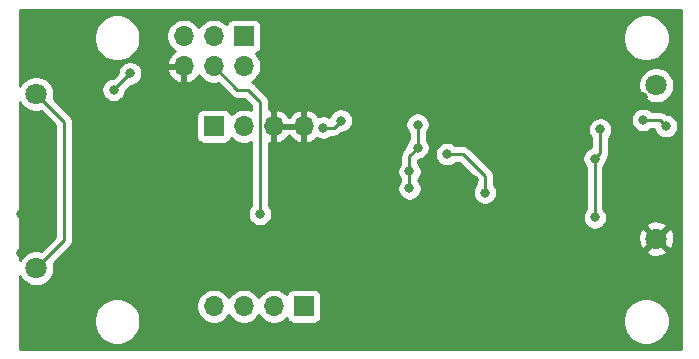
<source format=gbl>
G04 #@! TF.GenerationSoftware,KiCad,Pcbnew,5.1.5-52549c5~84~ubuntu18.04.1*
G04 #@! TF.CreationDate,2020-01-10T15:39:39+05:30*
G04 #@! TF.ProjectId,senseEle_PCB_Antenna_rev2,73656e73-6545-46c6-955f-5043425f416e,rev?*
G04 #@! TF.SameCoordinates,Original*
G04 #@! TF.FileFunction,Copper,L2,Bot*
G04 #@! TF.FilePolarity,Positive*
%FSLAX46Y46*%
G04 Gerber Fmt 4.6, Leading zero omitted, Abs format (unit mm)*
G04 Created by KiCad (PCBNEW 5.1.5-52549c5~84~ubuntu18.04.1) date 2020-01-10 15:39:39*
%MOMM*%
%LPD*%
G04 APERTURE LIST*
%ADD10C,1.800000*%
%ADD11O,1.700000X1.700000*%
%ADD12R,1.700000X1.700000*%
%ADD13C,0.800000*%
%ADD14C,0.250000*%
%ADD15C,0.254000*%
G04 APERTURE END LIST*
D10*
X-8650000Y-25250000D03*
X-8650000Y-40000000D03*
X43850000Y-24500000D03*
X43850000Y-37500000D03*
D11*
X14010000Y-27980000D03*
X11470000Y-27980000D03*
X8930000Y-27980000D03*
D12*
X6390000Y-27980000D03*
D11*
X6390000Y-43220000D03*
X8930000Y-43220000D03*
X11470000Y-43220000D03*
D12*
X14010000Y-43220000D03*
X8930000Y-20360000D03*
D11*
X8930000Y-22900000D03*
X6390000Y-20360000D03*
X6390000Y-22900000D03*
X3850000Y-20360000D03*
X3850000Y-22900000D03*
D13*
X3250000Y-36650000D03*
X3250000Y-37850000D03*
X2150000Y-37850000D03*
X42250000Y-30750000D03*
X25350000Y-27300000D03*
X39733951Y-23643940D03*
X-9900000Y-35400000D03*
X42700000Y-25550000D03*
X34900000Y-28400000D03*
X35550000Y-31900000D03*
X-9900000Y-38700000D03*
X2400000Y-27100000D03*
X3250000Y-27100000D03*
X3250000Y-28150000D03*
X3400000Y-40000000D03*
X8600000Y-36800000D03*
X39700000Y-36600000D03*
X45450000Y-23100000D03*
X28400000Y-32550000D03*
X-700000Y-23500000D03*
X-2100000Y-24900000D03*
X17150000Y-27500000D03*
X15650000Y-28100000D03*
X26150000Y-30350000D03*
X29350000Y-33600000D03*
X23650000Y-29800000D03*
X39100000Y-28250000D03*
X38625000Y-30725000D03*
X23650000Y-27850000D03*
X10300000Y-35400000D03*
X38650000Y-35700000D03*
X42750000Y-27450000D03*
X44667500Y-27967500D03*
X22950000Y-33250000D03*
X22950000Y-31800000D03*
D14*
X3250000Y-36650000D02*
X3250000Y-37850000D01*
X3250000Y-27100000D02*
X3250000Y-28150000D01*
X43250000Y-38050000D02*
X43300000Y-38100000D01*
X-6300000Y-37650000D02*
X-8650000Y-40000000D01*
X-8650000Y-25250000D02*
X-6300000Y-27600000D01*
X-6300000Y-27600000D02*
X-6300000Y-37650000D01*
X-700000Y-23500000D02*
X-1900000Y-24700000D01*
X-1900000Y-24700000D02*
X-2100000Y-24900000D01*
X16550000Y-28100000D02*
X17150000Y-27500000D01*
X15650000Y-28100000D02*
X16550000Y-28100000D01*
X27500000Y-30350000D02*
X26150000Y-30350000D01*
X29350000Y-33600000D02*
X29350000Y-32200000D01*
X29350000Y-32200000D02*
X27500000Y-30350000D01*
X39100000Y-30250000D02*
X39100000Y-28250000D01*
X38725000Y-30625000D02*
X38625000Y-30725000D01*
X38725000Y-30625000D02*
X39100000Y-30250000D01*
X38625000Y-30725000D02*
X38625000Y-34175000D01*
X10300000Y-25900000D02*
X9300000Y-24900000D01*
X8390000Y-24900000D02*
X6390000Y-22900000D01*
X9300000Y-24900000D02*
X8390000Y-24900000D01*
X10300000Y-25900000D02*
X10300000Y-35400000D01*
X38625000Y-34175000D02*
X38625000Y-35675000D01*
X38625000Y-35675000D02*
X38650000Y-35700000D01*
X44150000Y-27450000D02*
X44667500Y-27967500D01*
X42750000Y-27450000D02*
X44150000Y-27450000D01*
X23650000Y-27850000D02*
X23650000Y-29800000D01*
X22950000Y-33250000D02*
X22950000Y-31800000D01*
X22950000Y-30500000D02*
X23650000Y-29800000D01*
X22950000Y-31800000D02*
X22950000Y-30500000D01*
D15*
G36*
X45973000Y-46840000D02*
G01*
X-10040000Y-46840000D01*
X-10040000Y-44304495D01*
X-3785000Y-44304495D01*
X-3785000Y-44695505D01*
X-3708718Y-45079003D01*
X-3559085Y-45440250D01*
X-3341851Y-45765364D01*
X-3065364Y-46041851D01*
X-2740250Y-46259085D01*
X-2379003Y-46408718D01*
X-1995505Y-46485000D01*
X-1604495Y-46485000D01*
X-1220997Y-46408718D01*
X-859750Y-46259085D01*
X-534636Y-46041851D01*
X-258149Y-45765364D01*
X-40915Y-45440250D01*
X108718Y-45079003D01*
X185000Y-44695505D01*
X185000Y-44304495D01*
X108718Y-43920997D01*
X-40915Y-43559750D01*
X-258149Y-43234636D01*
X-419045Y-43073740D01*
X4905000Y-43073740D01*
X4905000Y-43366260D01*
X4962068Y-43653158D01*
X5074010Y-43923411D01*
X5236525Y-44166632D01*
X5443368Y-44373475D01*
X5686589Y-44535990D01*
X5956842Y-44647932D01*
X6243740Y-44705000D01*
X6536260Y-44705000D01*
X6823158Y-44647932D01*
X7093411Y-44535990D01*
X7336632Y-44373475D01*
X7543475Y-44166632D01*
X7660000Y-43992240D01*
X7776525Y-44166632D01*
X7983368Y-44373475D01*
X8226589Y-44535990D01*
X8496842Y-44647932D01*
X8783740Y-44705000D01*
X9076260Y-44705000D01*
X9363158Y-44647932D01*
X9633411Y-44535990D01*
X9876632Y-44373475D01*
X10083475Y-44166632D01*
X10200000Y-43992240D01*
X10316525Y-44166632D01*
X10523368Y-44373475D01*
X10766589Y-44535990D01*
X11036842Y-44647932D01*
X11323740Y-44705000D01*
X11616260Y-44705000D01*
X11903158Y-44647932D01*
X12173411Y-44535990D01*
X12416632Y-44373475D01*
X12548487Y-44241620D01*
X12570498Y-44314180D01*
X12629463Y-44424494D01*
X12708815Y-44521185D01*
X12805506Y-44600537D01*
X12915820Y-44659502D01*
X13035518Y-44695812D01*
X13160000Y-44708072D01*
X14860000Y-44708072D01*
X14984482Y-44695812D01*
X15104180Y-44659502D01*
X15214494Y-44600537D01*
X15311185Y-44521185D01*
X15390537Y-44424494D01*
X15449502Y-44314180D01*
X15452439Y-44304495D01*
X41015000Y-44304495D01*
X41015000Y-44695505D01*
X41091282Y-45079003D01*
X41240915Y-45440250D01*
X41458149Y-45765364D01*
X41734636Y-46041851D01*
X42059750Y-46259085D01*
X42420997Y-46408718D01*
X42804495Y-46485000D01*
X43195505Y-46485000D01*
X43579003Y-46408718D01*
X43940250Y-46259085D01*
X44265364Y-46041851D01*
X44541851Y-45765364D01*
X44759085Y-45440250D01*
X44908718Y-45079003D01*
X44985000Y-44695505D01*
X44985000Y-44304495D01*
X44908718Y-43920997D01*
X44759085Y-43559750D01*
X44541851Y-43234636D01*
X44265364Y-42958149D01*
X43940250Y-42740915D01*
X43579003Y-42591282D01*
X43195505Y-42515000D01*
X42804495Y-42515000D01*
X42420997Y-42591282D01*
X42059750Y-42740915D01*
X41734636Y-42958149D01*
X41458149Y-43234636D01*
X41240915Y-43559750D01*
X41091282Y-43920997D01*
X41015000Y-44304495D01*
X15452439Y-44304495D01*
X15485812Y-44194482D01*
X15498072Y-44070000D01*
X15498072Y-42370000D01*
X15485812Y-42245518D01*
X15449502Y-42125820D01*
X15390537Y-42015506D01*
X15311185Y-41918815D01*
X15214494Y-41839463D01*
X15104180Y-41780498D01*
X14984482Y-41744188D01*
X14860000Y-41731928D01*
X13160000Y-41731928D01*
X13035518Y-41744188D01*
X12915820Y-41780498D01*
X12805506Y-41839463D01*
X12708815Y-41918815D01*
X12629463Y-42015506D01*
X12570498Y-42125820D01*
X12548487Y-42198380D01*
X12416632Y-42066525D01*
X12173411Y-41904010D01*
X11903158Y-41792068D01*
X11616260Y-41735000D01*
X11323740Y-41735000D01*
X11036842Y-41792068D01*
X10766589Y-41904010D01*
X10523368Y-42066525D01*
X10316525Y-42273368D01*
X10200000Y-42447760D01*
X10083475Y-42273368D01*
X9876632Y-42066525D01*
X9633411Y-41904010D01*
X9363158Y-41792068D01*
X9076260Y-41735000D01*
X8783740Y-41735000D01*
X8496842Y-41792068D01*
X8226589Y-41904010D01*
X7983368Y-42066525D01*
X7776525Y-42273368D01*
X7660000Y-42447760D01*
X7543475Y-42273368D01*
X7336632Y-42066525D01*
X7093411Y-41904010D01*
X6823158Y-41792068D01*
X6536260Y-41735000D01*
X6243740Y-41735000D01*
X5956842Y-41792068D01*
X5686589Y-41904010D01*
X5443368Y-42066525D01*
X5236525Y-42273368D01*
X5074010Y-42516589D01*
X4962068Y-42786842D01*
X4905000Y-43073740D01*
X-419045Y-43073740D01*
X-534636Y-42958149D01*
X-859750Y-42740915D01*
X-1220997Y-42591282D01*
X-1604495Y-42515000D01*
X-1995505Y-42515000D01*
X-2379003Y-42591282D01*
X-2740250Y-42740915D01*
X-3065364Y-42958149D01*
X-3341851Y-43234636D01*
X-3559085Y-43559750D01*
X-3708718Y-43920997D01*
X-3785000Y-44304495D01*
X-10040000Y-44304495D01*
X-10040000Y-40655391D01*
X-10010299Y-40727095D01*
X-9842312Y-40978505D01*
X-9628505Y-41192312D01*
X-9377095Y-41360299D01*
X-9097743Y-41476011D01*
X-8801184Y-41535000D01*
X-8498816Y-41535000D01*
X-8202257Y-41476011D01*
X-7922905Y-41360299D01*
X-7671495Y-41192312D01*
X-7457688Y-40978505D01*
X-7289701Y-40727095D01*
X-7173989Y-40447743D01*
X-7115000Y-40151184D01*
X-7115000Y-39848816D01*
X-7166269Y-39591070D01*
X-6139279Y-38564080D01*
X42965525Y-38564080D01*
X43049208Y-38818261D01*
X43321775Y-38949158D01*
X43614642Y-39024365D01*
X43916553Y-39040991D01*
X44215907Y-38998397D01*
X44501199Y-38898222D01*
X44650792Y-38818261D01*
X44734475Y-38564080D01*
X43850000Y-37679605D01*
X42965525Y-38564080D01*
X-6139279Y-38564080D01*
X-5788997Y-38213799D01*
X-5759999Y-38190001D01*
X-5665026Y-38074276D01*
X-5594454Y-37942247D01*
X-5550997Y-37798986D01*
X-5540000Y-37687333D01*
X-5540000Y-37687323D01*
X-5536324Y-37650000D01*
X-5540000Y-37612677D01*
X-5540000Y-37566553D01*
X42309009Y-37566553D01*
X42351603Y-37865907D01*
X42451778Y-38151199D01*
X42531739Y-38300792D01*
X42785920Y-38384475D01*
X43670395Y-37500000D01*
X44029605Y-37500000D01*
X44914080Y-38384475D01*
X45168261Y-38300792D01*
X45299158Y-38028225D01*
X45374365Y-37735358D01*
X45390991Y-37433447D01*
X45348397Y-37134093D01*
X45248222Y-36848801D01*
X45168261Y-36699208D01*
X44914080Y-36615525D01*
X44029605Y-37500000D01*
X43670395Y-37500000D01*
X42785920Y-36615525D01*
X42531739Y-36699208D01*
X42400842Y-36971775D01*
X42325635Y-37264642D01*
X42309009Y-37566553D01*
X-5540000Y-37566553D01*
X-5540000Y-27637323D01*
X-5536324Y-27600000D01*
X-5540000Y-27562677D01*
X-5540000Y-27562667D01*
X-5550997Y-27451014D01*
X-5594454Y-27307753D01*
X-5665026Y-27175724D01*
X-5759999Y-27059999D01*
X-5788996Y-27036202D01*
X-7166269Y-25658930D01*
X-7115000Y-25401184D01*
X-7115000Y-25098816D01*
X-7173989Y-24802257D01*
X-7175727Y-24798061D01*
X-3135000Y-24798061D01*
X-3135000Y-25001939D01*
X-3095226Y-25201898D01*
X-3017205Y-25390256D01*
X-2903937Y-25559774D01*
X-2759774Y-25703937D01*
X-2590256Y-25817205D01*
X-2401898Y-25895226D01*
X-2201939Y-25935000D01*
X-1998061Y-25935000D01*
X-1798102Y-25895226D01*
X-1609744Y-25817205D01*
X-1440226Y-25703937D01*
X-1296063Y-25559774D01*
X-1182795Y-25390256D01*
X-1104774Y-25201898D01*
X-1065000Y-25001939D01*
X-1065000Y-24939801D01*
X-660198Y-24535000D01*
X-598061Y-24535000D01*
X-398102Y-24495226D01*
X-209744Y-24417205D01*
X-40226Y-24303937D01*
X103937Y-24159774D01*
X217205Y-23990256D01*
X295226Y-23801898D01*
X335000Y-23601939D01*
X335000Y-23398061D01*
X306920Y-23256891D01*
X2408519Y-23256891D01*
X2505843Y-23531252D01*
X2654822Y-23781355D01*
X2849731Y-23997588D01*
X3083080Y-24171641D01*
X3345901Y-24296825D01*
X3493110Y-24341476D01*
X3723000Y-24220155D01*
X3723000Y-23027000D01*
X2529186Y-23027000D01*
X2408519Y-23256891D01*
X306920Y-23256891D01*
X295226Y-23198102D01*
X217205Y-23009744D01*
X103937Y-22840226D01*
X-40226Y-22696063D01*
X-209744Y-22582795D01*
X-398102Y-22504774D01*
X-598061Y-22465000D01*
X-801939Y-22465000D01*
X-1001898Y-22504774D01*
X-1190256Y-22582795D01*
X-1359774Y-22696063D01*
X-1503937Y-22840226D01*
X-1617205Y-23009744D01*
X-1695226Y-23198102D01*
X-1735000Y-23398061D01*
X-1735000Y-23460198D01*
X-2139801Y-23865000D01*
X-2201939Y-23865000D01*
X-2401898Y-23904774D01*
X-2590256Y-23982795D01*
X-2759774Y-24096063D01*
X-2903937Y-24240226D01*
X-3017205Y-24409744D01*
X-3095226Y-24598102D01*
X-3135000Y-24798061D01*
X-7175727Y-24798061D01*
X-7289701Y-24522905D01*
X-7457688Y-24271495D01*
X-7671495Y-24057688D01*
X-7922905Y-23889701D01*
X-8202257Y-23773989D01*
X-8498816Y-23715000D01*
X-8801184Y-23715000D01*
X-9097743Y-23773989D01*
X-9377095Y-23889701D01*
X-9628505Y-24057688D01*
X-9842312Y-24271495D01*
X-10010299Y-24522905D01*
X-10040000Y-24594609D01*
X-10040000Y-20304495D01*
X-3785000Y-20304495D01*
X-3785000Y-20695505D01*
X-3708718Y-21079003D01*
X-3559085Y-21440250D01*
X-3341851Y-21765364D01*
X-3065364Y-22041851D01*
X-2740250Y-22259085D01*
X-2379003Y-22408718D01*
X-1995505Y-22485000D01*
X-1604495Y-22485000D01*
X-1220997Y-22408718D01*
X-859750Y-22259085D01*
X-534636Y-22041851D01*
X-258149Y-21765364D01*
X-40915Y-21440250D01*
X108718Y-21079003D01*
X185000Y-20695505D01*
X185000Y-20304495D01*
X166948Y-20213740D01*
X2365000Y-20213740D01*
X2365000Y-20506260D01*
X2422068Y-20793158D01*
X2534010Y-21063411D01*
X2696525Y-21306632D01*
X2903368Y-21513475D01*
X3079406Y-21631100D01*
X2849731Y-21802412D01*
X2654822Y-22018645D01*
X2505843Y-22268748D01*
X2408519Y-22543109D01*
X2529186Y-22773000D01*
X3723000Y-22773000D01*
X3723000Y-22753000D01*
X3977000Y-22753000D01*
X3977000Y-22773000D01*
X3997000Y-22773000D01*
X3997000Y-23027000D01*
X3977000Y-23027000D01*
X3977000Y-24220155D01*
X4206890Y-24341476D01*
X4354099Y-24296825D01*
X4616920Y-24171641D01*
X4850269Y-23997588D01*
X5045178Y-23781355D01*
X5114805Y-23664466D01*
X5236525Y-23846632D01*
X5443368Y-24053475D01*
X5686589Y-24215990D01*
X5956842Y-24327932D01*
X6243740Y-24385000D01*
X6536260Y-24385000D01*
X6756408Y-24341209D01*
X7826200Y-25411002D01*
X7849999Y-25440001D01*
X7878997Y-25463799D01*
X7965723Y-25534974D01*
X8097753Y-25605546D01*
X8241014Y-25649003D01*
X8352667Y-25660000D01*
X8352676Y-25660000D01*
X8389999Y-25663676D01*
X8427322Y-25660000D01*
X8985199Y-25660000D01*
X9540000Y-26214802D01*
X9540000Y-26625318D01*
X9363158Y-26552068D01*
X9076260Y-26495000D01*
X8783740Y-26495000D01*
X8496842Y-26552068D01*
X8226589Y-26664010D01*
X7983368Y-26826525D01*
X7851513Y-26958380D01*
X7829502Y-26885820D01*
X7770537Y-26775506D01*
X7691185Y-26678815D01*
X7594494Y-26599463D01*
X7484180Y-26540498D01*
X7364482Y-26504188D01*
X7240000Y-26491928D01*
X5540000Y-26491928D01*
X5415518Y-26504188D01*
X5295820Y-26540498D01*
X5185506Y-26599463D01*
X5088815Y-26678815D01*
X5009463Y-26775506D01*
X4950498Y-26885820D01*
X4914188Y-27005518D01*
X4901928Y-27130000D01*
X4901928Y-28830000D01*
X4914188Y-28954482D01*
X4950498Y-29074180D01*
X5009463Y-29184494D01*
X5088815Y-29281185D01*
X5185506Y-29360537D01*
X5295820Y-29419502D01*
X5415518Y-29455812D01*
X5540000Y-29468072D01*
X7240000Y-29468072D01*
X7364482Y-29455812D01*
X7484180Y-29419502D01*
X7594494Y-29360537D01*
X7691185Y-29281185D01*
X7770537Y-29184494D01*
X7829502Y-29074180D01*
X7851513Y-29001620D01*
X7983368Y-29133475D01*
X8226589Y-29295990D01*
X8496842Y-29407932D01*
X8783740Y-29465000D01*
X9076260Y-29465000D01*
X9363158Y-29407932D01*
X9540000Y-29334682D01*
X9540001Y-34696288D01*
X9496063Y-34740226D01*
X9382795Y-34909744D01*
X9304774Y-35098102D01*
X9265000Y-35298061D01*
X9265000Y-35501939D01*
X9304774Y-35701898D01*
X9382795Y-35890256D01*
X9496063Y-36059774D01*
X9640226Y-36203937D01*
X9809744Y-36317205D01*
X9998102Y-36395226D01*
X10198061Y-36435000D01*
X10401939Y-36435000D01*
X10601898Y-36395226D01*
X10790256Y-36317205D01*
X10959774Y-36203937D01*
X11103937Y-36059774D01*
X11217205Y-35890256D01*
X11295226Y-35701898D01*
X11335000Y-35501939D01*
X11335000Y-35298061D01*
X11295226Y-35098102D01*
X11217205Y-34909744D01*
X11103937Y-34740226D01*
X11060000Y-34696289D01*
X11060000Y-31698061D01*
X21915000Y-31698061D01*
X21915000Y-31901939D01*
X21954774Y-32101898D01*
X22032795Y-32290256D01*
X22146063Y-32459774D01*
X22190001Y-32503712D01*
X22190000Y-32546289D01*
X22146063Y-32590226D01*
X22032795Y-32759744D01*
X21954774Y-32948102D01*
X21915000Y-33148061D01*
X21915000Y-33351939D01*
X21954774Y-33551898D01*
X22032795Y-33740256D01*
X22146063Y-33909774D01*
X22290226Y-34053937D01*
X22459744Y-34167205D01*
X22648102Y-34245226D01*
X22848061Y-34285000D01*
X23051939Y-34285000D01*
X23251898Y-34245226D01*
X23440256Y-34167205D01*
X23609774Y-34053937D01*
X23753937Y-33909774D01*
X23867205Y-33740256D01*
X23945226Y-33551898D01*
X23985000Y-33351939D01*
X23985000Y-33148061D01*
X23945226Y-32948102D01*
X23867205Y-32759744D01*
X23753937Y-32590226D01*
X23710000Y-32546289D01*
X23710000Y-32503711D01*
X23753937Y-32459774D01*
X23867205Y-32290256D01*
X23945226Y-32101898D01*
X23985000Y-31901939D01*
X23985000Y-31698061D01*
X23945226Y-31498102D01*
X23867205Y-31309744D01*
X23753937Y-31140226D01*
X23710000Y-31096289D01*
X23710000Y-30835000D01*
X23751939Y-30835000D01*
X23951898Y-30795226D01*
X24140256Y-30717205D01*
X24309774Y-30603937D01*
X24453937Y-30459774D01*
X24567205Y-30290256D01*
X24584682Y-30248061D01*
X25115000Y-30248061D01*
X25115000Y-30451939D01*
X25154774Y-30651898D01*
X25232795Y-30840256D01*
X25346063Y-31009774D01*
X25490226Y-31153937D01*
X25659744Y-31267205D01*
X25848102Y-31345226D01*
X26048061Y-31385000D01*
X26251939Y-31385000D01*
X26451898Y-31345226D01*
X26640256Y-31267205D01*
X26809774Y-31153937D01*
X26853711Y-31110000D01*
X27185199Y-31110000D01*
X28590001Y-32514803D01*
X28590001Y-32896288D01*
X28546063Y-32940226D01*
X28432795Y-33109744D01*
X28354774Y-33298102D01*
X28315000Y-33498061D01*
X28315000Y-33701939D01*
X28354774Y-33901898D01*
X28432795Y-34090256D01*
X28546063Y-34259774D01*
X28690226Y-34403937D01*
X28859744Y-34517205D01*
X29048102Y-34595226D01*
X29248061Y-34635000D01*
X29451939Y-34635000D01*
X29651898Y-34595226D01*
X29840256Y-34517205D01*
X30009774Y-34403937D01*
X30153937Y-34259774D01*
X30267205Y-34090256D01*
X30345226Y-33901898D01*
X30385000Y-33701939D01*
X30385000Y-33498061D01*
X30345226Y-33298102D01*
X30267205Y-33109744D01*
X30153937Y-32940226D01*
X30110000Y-32896289D01*
X30110000Y-32237322D01*
X30113676Y-32199999D01*
X30110000Y-32162676D01*
X30110000Y-32162667D01*
X30099003Y-32051014D01*
X30055546Y-31907753D01*
X30017905Y-31837332D01*
X29984974Y-31775723D01*
X29913799Y-31688997D01*
X29890001Y-31659999D01*
X29861003Y-31636201D01*
X28847863Y-30623061D01*
X37590000Y-30623061D01*
X37590000Y-30826939D01*
X37629774Y-31026898D01*
X37707795Y-31215256D01*
X37821063Y-31384774D01*
X37865000Y-31428711D01*
X37865001Y-34137658D01*
X37865000Y-34137668D01*
X37865001Y-35021288D01*
X37846063Y-35040226D01*
X37732795Y-35209744D01*
X37654774Y-35398102D01*
X37615000Y-35598061D01*
X37615000Y-35801939D01*
X37654774Y-36001898D01*
X37732795Y-36190256D01*
X37846063Y-36359774D01*
X37990226Y-36503937D01*
X38159744Y-36617205D01*
X38348102Y-36695226D01*
X38548061Y-36735000D01*
X38751939Y-36735000D01*
X38951898Y-36695226D01*
X39140256Y-36617205D01*
X39309774Y-36503937D01*
X39377791Y-36435920D01*
X42965525Y-36435920D01*
X43850000Y-37320395D01*
X44734475Y-36435920D01*
X44650792Y-36181739D01*
X44378225Y-36050842D01*
X44085358Y-35975635D01*
X43783447Y-35959009D01*
X43484093Y-36001603D01*
X43198801Y-36101778D01*
X43049208Y-36181739D01*
X42965525Y-36435920D01*
X39377791Y-36435920D01*
X39453937Y-36359774D01*
X39567205Y-36190256D01*
X39645226Y-36001898D01*
X39685000Y-35801939D01*
X39685000Y-35598061D01*
X39645226Y-35398102D01*
X39567205Y-35209744D01*
X39453937Y-35040226D01*
X39385000Y-34971289D01*
X39385000Y-31428711D01*
X39428937Y-31384774D01*
X39542205Y-31215256D01*
X39620226Y-31026898D01*
X39660000Y-30826939D01*
X39660000Y-30765632D01*
X39734974Y-30674276D01*
X39805546Y-30542247D01*
X39849003Y-30398986D01*
X39860000Y-30287333D01*
X39860000Y-30287324D01*
X39863676Y-30250001D01*
X39860000Y-30212678D01*
X39860000Y-28953711D01*
X39903937Y-28909774D01*
X40017205Y-28740256D01*
X40095226Y-28551898D01*
X40135000Y-28351939D01*
X40135000Y-28148061D01*
X40095226Y-27948102D01*
X40017205Y-27759744D01*
X39903937Y-27590226D01*
X39759774Y-27446063D01*
X39613104Y-27348061D01*
X41715000Y-27348061D01*
X41715000Y-27551939D01*
X41754774Y-27751898D01*
X41832795Y-27940256D01*
X41946063Y-28109774D01*
X42090226Y-28253937D01*
X42259744Y-28367205D01*
X42448102Y-28445226D01*
X42648061Y-28485000D01*
X42851939Y-28485000D01*
X43051898Y-28445226D01*
X43240256Y-28367205D01*
X43409774Y-28253937D01*
X43453711Y-28210000D01*
X43660459Y-28210000D01*
X43672274Y-28269398D01*
X43750295Y-28457756D01*
X43863563Y-28627274D01*
X44007726Y-28771437D01*
X44177244Y-28884705D01*
X44365602Y-28962726D01*
X44565561Y-29002500D01*
X44769439Y-29002500D01*
X44969398Y-28962726D01*
X45157756Y-28884705D01*
X45327274Y-28771437D01*
X45471437Y-28627274D01*
X45584705Y-28457756D01*
X45662726Y-28269398D01*
X45702500Y-28069439D01*
X45702500Y-27865561D01*
X45662726Y-27665602D01*
X45584705Y-27477244D01*
X45471437Y-27307726D01*
X45327274Y-27163563D01*
X45157756Y-27050295D01*
X44969398Y-26972274D01*
X44769439Y-26932500D01*
X44708467Y-26932500D01*
X44690001Y-26909999D01*
X44574276Y-26815026D01*
X44442247Y-26744454D01*
X44298986Y-26700997D01*
X44187333Y-26690000D01*
X44187322Y-26690000D01*
X44150000Y-26686324D01*
X44112678Y-26690000D01*
X43453711Y-26690000D01*
X43409774Y-26646063D01*
X43240256Y-26532795D01*
X43051898Y-26454774D01*
X42851939Y-26415000D01*
X42648061Y-26415000D01*
X42448102Y-26454774D01*
X42259744Y-26532795D01*
X42090226Y-26646063D01*
X41946063Y-26790226D01*
X41832795Y-26959744D01*
X41754774Y-27148102D01*
X41715000Y-27348061D01*
X39613104Y-27348061D01*
X39590256Y-27332795D01*
X39401898Y-27254774D01*
X39201939Y-27215000D01*
X38998061Y-27215000D01*
X38798102Y-27254774D01*
X38609744Y-27332795D01*
X38440226Y-27446063D01*
X38296063Y-27590226D01*
X38182795Y-27759744D01*
X38104774Y-27948102D01*
X38065000Y-28148061D01*
X38065000Y-28351939D01*
X38104774Y-28551898D01*
X38182795Y-28740256D01*
X38296063Y-28909774D01*
X38340001Y-28953712D01*
X38340000Y-29726413D01*
X38323102Y-29729774D01*
X38134744Y-29807795D01*
X37965226Y-29921063D01*
X37821063Y-30065226D01*
X37707795Y-30234744D01*
X37629774Y-30423102D01*
X37590000Y-30623061D01*
X28847863Y-30623061D01*
X28063804Y-29839003D01*
X28040001Y-29809999D01*
X27924276Y-29715026D01*
X27792247Y-29644454D01*
X27648986Y-29600997D01*
X27537333Y-29590000D01*
X27537322Y-29590000D01*
X27500000Y-29586324D01*
X27462678Y-29590000D01*
X26853711Y-29590000D01*
X26809774Y-29546063D01*
X26640256Y-29432795D01*
X26451898Y-29354774D01*
X26251939Y-29315000D01*
X26048061Y-29315000D01*
X25848102Y-29354774D01*
X25659744Y-29432795D01*
X25490226Y-29546063D01*
X25346063Y-29690226D01*
X25232795Y-29859744D01*
X25154774Y-30048102D01*
X25115000Y-30248061D01*
X24584682Y-30248061D01*
X24645226Y-30101898D01*
X24685000Y-29901939D01*
X24685000Y-29698061D01*
X24645226Y-29498102D01*
X24567205Y-29309744D01*
X24453937Y-29140226D01*
X24410000Y-29096289D01*
X24410000Y-28553711D01*
X24453937Y-28509774D01*
X24567205Y-28340256D01*
X24645226Y-28151898D01*
X24685000Y-27951939D01*
X24685000Y-27748061D01*
X24645226Y-27548102D01*
X24567205Y-27359744D01*
X24453937Y-27190226D01*
X24309774Y-27046063D01*
X24140256Y-26932795D01*
X23951898Y-26854774D01*
X23751939Y-26815000D01*
X23548061Y-26815000D01*
X23348102Y-26854774D01*
X23159744Y-26932795D01*
X22990226Y-27046063D01*
X22846063Y-27190226D01*
X22732795Y-27359744D01*
X22654774Y-27548102D01*
X22615000Y-27748061D01*
X22615000Y-27951939D01*
X22654774Y-28151898D01*
X22732795Y-28340256D01*
X22846063Y-28509774D01*
X22890000Y-28553711D01*
X22890001Y-29096288D01*
X22846063Y-29140226D01*
X22732795Y-29309744D01*
X22654774Y-29498102D01*
X22615000Y-29698061D01*
X22615000Y-29760198D01*
X22438997Y-29936201D01*
X22410000Y-29959999D01*
X22386202Y-29988997D01*
X22386201Y-29988998D01*
X22315026Y-30075724D01*
X22244454Y-30207754D01*
X22200998Y-30351015D01*
X22186324Y-30500000D01*
X22190001Y-30537332D01*
X22190001Y-31096288D01*
X22146063Y-31140226D01*
X22032795Y-31309744D01*
X21954774Y-31498102D01*
X21915000Y-31698061D01*
X11060000Y-31698061D01*
X11060000Y-29405367D01*
X11113110Y-29421476D01*
X11343000Y-29300155D01*
X11343000Y-28107000D01*
X11597000Y-28107000D01*
X11597000Y-29300155D01*
X11826890Y-29421476D01*
X11974099Y-29376825D01*
X12236920Y-29251641D01*
X12470269Y-29077588D01*
X12665178Y-28861355D01*
X12740000Y-28735745D01*
X12814822Y-28861355D01*
X13009731Y-29077588D01*
X13243080Y-29251641D01*
X13505901Y-29376825D01*
X13653110Y-29421476D01*
X13883000Y-29300155D01*
X13883000Y-28107000D01*
X11597000Y-28107000D01*
X11343000Y-28107000D01*
X11323000Y-28107000D01*
X11323000Y-27853000D01*
X11343000Y-27853000D01*
X11343000Y-26659845D01*
X11597000Y-26659845D01*
X11597000Y-27853000D01*
X13883000Y-27853000D01*
X13883000Y-26659845D01*
X14137000Y-26659845D01*
X14137000Y-27853000D01*
X14157000Y-27853000D01*
X14157000Y-28107000D01*
X14137000Y-28107000D01*
X14137000Y-29300155D01*
X14366890Y-29421476D01*
X14514099Y-29376825D01*
X14776920Y-29251641D01*
X15010269Y-29077588D01*
X15100424Y-28977569D01*
X15159744Y-29017205D01*
X15348102Y-29095226D01*
X15548061Y-29135000D01*
X15751939Y-29135000D01*
X15951898Y-29095226D01*
X16140256Y-29017205D01*
X16309774Y-28903937D01*
X16353711Y-28860000D01*
X16512678Y-28860000D01*
X16550000Y-28863676D01*
X16587322Y-28860000D01*
X16587333Y-28860000D01*
X16698986Y-28849003D01*
X16842247Y-28805546D01*
X16974276Y-28734974D01*
X17090001Y-28640001D01*
X17113803Y-28610998D01*
X17189801Y-28535000D01*
X17251939Y-28535000D01*
X17451898Y-28495226D01*
X17640256Y-28417205D01*
X17809774Y-28303937D01*
X17953937Y-28159774D01*
X18067205Y-27990256D01*
X18145226Y-27801898D01*
X18185000Y-27601939D01*
X18185000Y-27398061D01*
X18145226Y-27198102D01*
X18067205Y-27009744D01*
X17953937Y-26840226D01*
X17809774Y-26696063D01*
X17640256Y-26582795D01*
X17451898Y-26504774D01*
X17251939Y-26465000D01*
X17048061Y-26465000D01*
X16848102Y-26504774D01*
X16659744Y-26582795D01*
X16490226Y-26696063D01*
X16346063Y-26840226D01*
X16232795Y-27009744D01*
X16156593Y-27193711D01*
X16140256Y-27182795D01*
X15951898Y-27104774D01*
X15751939Y-27065000D01*
X15548061Y-27065000D01*
X15348102Y-27104774D01*
X15236392Y-27151046D01*
X15205178Y-27098645D01*
X15010269Y-26882412D01*
X14776920Y-26708359D01*
X14514099Y-26583175D01*
X14366890Y-26538524D01*
X14137000Y-26659845D01*
X13883000Y-26659845D01*
X13653110Y-26538524D01*
X13505901Y-26583175D01*
X13243080Y-26708359D01*
X13009731Y-26882412D01*
X12814822Y-27098645D01*
X12740000Y-27224255D01*
X12665178Y-27098645D01*
X12470269Y-26882412D01*
X12236920Y-26708359D01*
X11974099Y-26583175D01*
X11826890Y-26538524D01*
X11597000Y-26659845D01*
X11343000Y-26659845D01*
X11113110Y-26538524D01*
X11060000Y-26554633D01*
X11060000Y-25937333D01*
X11063677Y-25900000D01*
X11049003Y-25751014D01*
X11005546Y-25607753D01*
X10934974Y-25475724D01*
X10863799Y-25388997D01*
X10840001Y-25359999D01*
X10811004Y-25336202D01*
X9863804Y-24389002D01*
X9840001Y-24359999D01*
X9826375Y-24348816D01*
X42315000Y-24348816D01*
X42315000Y-24651184D01*
X42373989Y-24947743D01*
X42489701Y-25227095D01*
X42657688Y-25478505D01*
X42871495Y-25692312D01*
X43122905Y-25860299D01*
X43402257Y-25976011D01*
X43698816Y-26035000D01*
X44001184Y-26035000D01*
X44297743Y-25976011D01*
X44577095Y-25860299D01*
X44828505Y-25692312D01*
X45042312Y-25478505D01*
X45210299Y-25227095D01*
X45326011Y-24947743D01*
X45385000Y-24651184D01*
X45385000Y-24348816D01*
X45326011Y-24052257D01*
X45210299Y-23772905D01*
X45042312Y-23521495D01*
X44828505Y-23307688D01*
X44577095Y-23139701D01*
X44297743Y-23023989D01*
X44001184Y-22965000D01*
X43698816Y-22965000D01*
X43402257Y-23023989D01*
X43122905Y-23139701D01*
X42871495Y-23307688D01*
X42657688Y-23521495D01*
X42489701Y-23772905D01*
X42373989Y-24052257D01*
X42315000Y-24348816D01*
X9826375Y-24348816D01*
X9724276Y-24265026D01*
X9632919Y-24216194D01*
X9633411Y-24215990D01*
X9876632Y-24053475D01*
X10083475Y-23846632D01*
X10245990Y-23603411D01*
X10357932Y-23333158D01*
X10415000Y-23046260D01*
X10415000Y-22753740D01*
X10357932Y-22466842D01*
X10245990Y-22196589D01*
X10083475Y-21953368D01*
X9951620Y-21821513D01*
X10024180Y-21799502D01*
X10134494Y-21740537D01*
X10231185Y-21661185D01*
X10310537Y-21564494D01*
X10369502Y-21454180D01*
X10405812Y-21334482D01*
X10418072Y-21210000D01*
X10418072Y-20304495D01*
X41015000Y-20304495D01*
X41015000Y-20695505D01*
X41091282Y-21079003D01*
X41240915Y-21440250D01*
X41458149Y-21765364D01*
X41734636Y-22041851D01*
X42059750Y-22259085D01*
X42420997Y-22408718D01*
X42804495Y-22485000D01*
X43195505Y-22485000D01*
X43579003Y-22408718D01*
X43940250Y-22259085D01*
X44265364Y-22041851D01*
X44541851Y-21765364D01*
X44759085Y-21440250D01*
X44908718Y-21079003D01*
X44985000Y-20695505D01*
X44985000Y-20304495D01*
X44908718Y-19920997D01*
X44759085Y-19559750D01*
X44541851Y-19234636D01*
X44265364Y-18958149D01*
X43940250Y-18740915D01*
X43579003Y-18591282D01*
X43195505Y-18515000D01*
X42804495Y-18515000D01*
X42420997Y-18591282D01*
X42059750Y-18740915D01*
X41734636Y-18958149D01*
X41458149Y-19234636D01*
X41240915Y-19559750D01*
X41091282Y-19920997D01*
X41015000Y-20304495D01*
X10418072Y-20304495D01*
X10418072Y-19510000D01*
X10405812Y-19385518D01*
X10369502Y-19265820D01*
X10310537Y-19155506D01*
X10231185Y-19058815D01*
X10134494Y-18979463D01*
X10024180Y-18920498D01*
X9904482Y-18884188D01*
X9780000Y-18871928D01*
X8080000Y-18871928D01*
X7955518Y-18884188D01*
X7835820Y-18920498D01*
X7725506Y-18979463D01*
X7628815Y-19058815D01*
X7549463Y-19155506D01*
X7490498Y-19265820D01*
X7468487Y-19338380D01*
X7336632Y-19206525D01*
X7093411Y-19044010D01*
X6823158Y-18932068D01*
X6536260Y-18875000D01*
X6243740Y-18875000D01*
X5956842Y-18932068D01*
X5686589Y-19044010D01*
X5443368Y-19206525D01*
X5236525Y-19413368D01*
X5120000Y-19587760D01*
X5003475Y-19413368D01*
X4796632Y-19206525D01*
X4553411Y-19044010D01*
X4283158Y-18932068D01*
X3996260Y-18875000D01*
X3703740Y-18875000D01*
X3416842Y-18932068D01*
X3146589Y-19044010D01*
X2903368Y-19206525D01*
X2696525Y-19413368D01*
X2534010Y-19656589D01*
X2422068Y-19926842D01*
X2365000Y-20213740D01*
X166948Y-20213740D01*
X108718Y-19920997D01*
X-40915Y-19559750D01*
X-258149Y-19234636D01*
X-534636Y-18958149D01*
X-859750Y-18740915D01*
X-1220997Y-18591282D01*
X-1604495Y-18515000D01*
X-1995505Y-18515000D01*
X-2379003Y-18591282D01*
X-2740250Y-18740915D01*
X-3065364Y-18958149D01*
X-3341851Y-19234636D01*
X-3559085Y-19559750D01*
X-3708718Y-19920997D01*
X-3785000Y-20304495D01*
X-10040000Y-20304495D01*
X-10040000Y-18160000D01*
X45973000Y-18160000D01*
X45973000Y-46840000D01*
G37*
X45973000Y-46840000D02*
X-10040000Y-46840000D01*
X-10040000Y-44304495D01*
X-3785000Y-44304495D01*
X-3785000Y-44695505D01*
X-3708718Y-45079003D01*
X-3559085Y-45440250D01*
X-3341851Y-45765364D01*
X-3065364Y-46041851D01*
X-2740250Y-46259085D01*
X-2379003Y-46408718D01*
X-1995505Y-46485000D01*
X-1604495Y-46485000D01*
X-1220997Y-46408718D01*
X-859750Y-46259085D01*
X-534636Y-46041851D01*
X-258149Y-45765364D01*
X-40915Y-45440250D01*
X108718Y-45079003D01*
X185000Y-44695505D01*
X185000Y-44304495D01*
X108718Y-43920997D01*
X-40915Y-43559750D01*
X-258149Y-43234636D01*
X-419045Y-43073740D01*
X4905000Y-43073740D01*
X4905000Y-43366260D01*
X4962068Y-43653158D01*
X5074010Y-43923411D01*
X5236525Y-44166632D01*
X5443368Y-44373475D01*
X5686589Y-44535990D01*
X5956842Y-44647932D01*
X6243740Y-44705000D01*
X6536260Y-44705000D01*
X6823158Y-44647932D01*
X7093411Y-44535990D01*
X7336632Y-44373475D01*
X7543475Y-44166632D01*
X7660000Y-43992240D01*
X7776525Y-44166632D01*
X7983368Y-44373475D01*
X8226589Y-44535990D01*
X8496842Y-44647932D01*
X8783740Y-44705000D01*
X9076260Y-44705000D01*
X9363158Y-44647932D01*
X9633411Y-44535990D01*
X9876632Y-44373475D01*
X10083475Y-44166632D01*
X10200000Y-43992240D01*
X10316525Y-44166632D01*
X10523368Y-44373475D01*
X10766589Y-44535990D01*
X11036842Y-44647932D01*
X11323740Y-44705000D01*
X11616260Y-44705000D01*
X11903158Y-44647932D01*
X12173411Y-44535990D01*
X12416632Y-44373475D01*
X12548487Y-44241620D01*
X12570498Y-44314180D01*
X12629463Y-44424494D01*
X12708815Y-44521185D01*
X12805506Y-44600537D01*
X12915820Y-44659502D01*
X13035518Y-44695812D01*
X13160000Y-44708072D01*
X14860000Y-44708072D01*
X14984482Y-44695812D01*
X15104180Y-44659502D01*
X15214494Y-44600537D01*
X15311185Y-44521185D01*
X15390537Y-44424494D01*
X15449502Y-44314180D01*
X15452439Y-44304495D01*
X41015000Y-44304495D01*
X41015000Y-44695505D01*
X41091282Y-45079003D01*
X41240915Y-45440250D01*
X41458149Y-45765364D01*
X41734636Y-46041851D01*
X42059750Y-46259085D01*
X42420997Y-46408718D01*
X42804495Y-46485000D01*
X43195505Y-46485000D01*
X43579003Y-46408718D01*
X43940250Y-46259085D01*
X44265364Y-46041851D01*
X44541851Y-45765364D01*
X44759085Y-45440250D01*
X44908718Y-45079003D01*
X44985000Y-44695505D01*
X44985000Y-44304495D01*
X44908718Y-43920997D01*
X44759085Y-43559750D01*
X44541851Y-43234636D01*
X44265364Y-42958149D01*
X43940250Y-42740915D01*
X43579003Y-42591282D01*
X43195505Y-42515000D01*
X42804495Y-42515000D01*
X42420997Y-42591282D01*
X42059750Y-42740915D01*
X41734636Y-42958149D01*
X41458149Y-43234636D01*
X41240915Y-43559750D01*
X41091282Y-43920997D01*
X41015000Y-44304495D01*
X15452439Y-44304495D01*
X15485812Y-44194482D01*
X15498072Y-44070000D01*
X15498072Y-42370000D01*
X15485812Y-42245518D01*
X15449502Y-42125820D01*
X15390537Y-42015506D01*
X15311185Y-41918815D01*
X15214494Y-41839463D01*
X15104180Y-41780498D01*
X14984482Y-41744188D01*
X14860000Y-41731928D01*
X13160000Y-41731928D01*
X13035518Y-41744188D01*
X12915820Y-41780498D01*
X12805506Y-41839463D01*
X12708815Y-41918815D01*
X12629463Y-42015506D01*
X12570498Y-42125820D01*
X12548487Y-42198380D01*
X12416632Y-42066525D01*
X12173411Y-41904010D01*
X11903158Y-41792068D01*
X11616260Y-41735000D01*
X11323740Y-41735000D01*
X11036842Y-41792068D01*
X10766589Y-41904010D01*
X10523368Y-42066525D01*
X10316525Y-42273368D01*
X10200000Y-42447760D01*
X10083475Y-42273368D01*
X9876632Y-42066525D01*
X9633411Y-41904010D01*
X9363158Y-41792068D01*
X9076260Y-41735000D01*
X8783740Y-41735000D01*
X8496842Y-41792068D01*
X8226589Y-41904010D01*
X7983368Y-42066525D01*
X7776525Y-42273368D01*
X7660000Y-42447760D01*
X7543475Y-42273368D01*
X7336632Y-42066525D01*
X7093411Y-41904010D01*
X6823158Y-41792068D01*
X6536260Y-41735000D01*
X6243740Y-41735000D01*
X5956842Y-41792068D01*
X5686589Y-41904010D01*
X5443368Y-42066525D01*
X5236525Y-42273368D01*
X5074010Y-42516589D01*
X4962068Y-42786842D01*
X4905000Y-43073740D01*
X-419045Y-43073740D01*
X-534636Y-42958149D01*
X-859750Y-42740915D01*
X-1220997Y-42591282D01*
X-1604495Y-42515000D01*
X-1995505Y-42515000D01*
X-2379003Y-42591282D01*
X-2740250Y-42740915D01*
X-3065364Y-42958149D01*
X-3341851Y-43234636D01*
X-3559085Y-43559750D01*
X-3708718Y-43920997D01*
X-3785000Y-44304495D01*
X-10040000Y-44304495D01*
X-10040000Y-40655391D01*
X-10010299Y-40727095D01*
X-9842312Y-40978505D01*
X-9628505Y-41192312D01*
X-9377095Y-41360299D01*
X-9097743Y-41476011D01*
X-8801184Y-41535000D01*
X-8498816Y-41535000D01*
X-8202257Y-41476011D01*
X-7922905Y-41360299D01*
X-7671495Y-41192312D01*
X-7457688Y-40978505D01*
X-7289701Y-40727095D01*
X-7173989Y-40447743D01*
X-7115000Y-40151184D01*
X-7115000Y-39848816D01*
X-7166269Y-39591070D01*
X-6139279Y-38564080D01*
X42965525Y-38564080D01*
X43049208Y-38818261D01*
X43321775Y-38949158D01*
X43614642Y-39024365D01*
X43916553Y-39040991D01*
X44215907Y-38998397D01*
X44501199Y-38898222D01*
X44650792Y-38818261D01*
X44734475Y-38564080D01*
X43850000Y-37679605D01*
X42965525Y-38564080D01*
X-6139279Y-38564080D01*
X-5788997Y-38213799D01*
X-5759999Y-38190001D01*
X-5665026Y-38074276D01*
X-5594454Y-37942247D01*
X-5550997Y-37798986D01*
X-5540000Y-37687333D01*
X-5540000Y-37687323D01*
X-5536324Y-37650000D01*
X-5540000Y-37612677D01*
X-5540000Y-37566553D01*
X42309009Y-37566553D01*
X42351603Y-37865907D01*
X42451778Y-38151199D01*
X42531739Y-38300792D01*
X42785920Y-38384475D01*
X43670395Y-37500000D01*
X44029605Y-37500000D01*
X44914080Y-38384475D01*
X45168261Y-38300792D01*
X45299158Y-38028225D01*
X45374365Y-37735358D01*
X45390991Y-37433447D01*
X45348397Y-37134093D01*
X45248222Y-36848801D01*
X45168261Y-36699208D01*
X44914080Y-36615525D01*
X44029605Y-37500000D01*
X43670395Y-37500000D01*
X42785920Y-36615525D01*
X42531739Y-36699208D01*
X42400842Y-36971775D01*
X42325635Y-37264642D01*
X42309009Y-37566553D01*
X-5540000Y-37566553D01*
X-5540000Y-27637323D01*
X-5536324Y-27600000D01*
X-5540000Y-27562677D01*
X-5540000Y-27562667D01*
X-5550997Y-27451014D01*
X-5594454Y-27307753D01*
X-5665026Y-27175724D01*
X-5759999Y-27059999D01*
X-5788996Y-27036202D01*
X-7166269Y-25658930D01*
X-7115000Y-25401184D01*
X-7115000Y-25098816D01*
X-7173989Y-24802257D01*
X-7175727Y-24798061D01*
X-3135000Y-24798061D01*
X-3135000Y-25001939D01*
X-3095226Y-25201898D01*
X-3017205Y-25390256D01*
X-2903937Y-25559774D01*
X-2759774Y-25703937D01*
X-2590256Y-25817205D01*
X-2401898Y-25895226D01*
X-2201939Y-25935000D01*
X-1998061Y-25935000D01*
X-1798102Y-25895226D01*
X-1609744Y-25817205D01*
X-1440226Y-25703937D01*
X-1296063Y-25559774D01*
X-1182795Y-25390256D01*
X-1104774Y-25201898D01*
X-1065000Y-25001939D01*
X-1065000Y-24939801D01*
X-660198Y-24535000D01*
X-598061Y-24535000D01*
X-398102Y-24495226D01*
X-209744Y-24417205D01*
X-40226Y-24303937D01*
X103937Y-24159774D01*
X217205Y-23990256D01*
X295226Y-23801898D01*
X335000Y-23601939D01*
X335000Y-23398061D01*
X306920Y-23256891D01*
X2408519Y-23256891D01*
X2505843Y-23531252D01*
X2654822Y-23781355D01*
X2849731Y-23997588D01*
X3083080Y-24171641D01*
X3345901Y-24296825D01*
X3493110Y-24341476D01*
X3723000Y-24220155D01*
X3723000Y-23027000D01*
X2529186Y-23027000D01*
X2408519Y-23256891D01*
X306920Y-23256891D01*
X295226Y-23198102D01*
X217205Y-23009744D01*
X103937Y-22840226D01*
X-40226Y-22696063D01*
X-209744Y-22582795D01*
X-398102Y-22504774D01*
X-598061Y-22465000D01*
X-801939Y-22465000D01*
X-1001898Y-22504774D01*
X-1190256Y-22582795D01*
X-1359774Y-22696063D01*
X-1503937Y-22840226D01*
X-1617205Y-23009744D01*
X-1695226Y-23198102D01*
X-1735000Y-23398061D01*
X-1735000Y-23460198D01*
X-2139801Y-23865000D01*
X-2201939Y-23865000D01*
X-2401898Y-23904774D01*
X-2590256Y-23982795D01*
X-2759774Y-24096063D01*
X-2903937Y-24240226D01*
X-3017205Y-24409744D01*
X-3095226Y-24598102D01*
X-3135000Y-24798061D01*
X-7175727Y-24798061D01*
X-7289701Y-24522905D01*
X-7457688Y-24271495D01*
X-7671495Y-24057688D01*
X-7922905Y-23889701D01*
X-8202257Y-23773989D01*
X-8498816Y-23715000D01*
X-8801184Y-23715000D01*
X-9097743Y-23773989D01*
X-9377095Y-23889701D01*
X-9628505Y-24057688D01*
X-9842312Y-24271495D01*
X-10010299Y-24522905D01*
X-10040000Y-24594609D01*
X-10040000Y-20304495D01*
X-3785000Y-20304495D01*
X-3785000Y-20695505D01*
X-3708718Y-21079003D01*
X-3559085Y-21440250D01*
X-3341851Y-21765364D01*
X-3065364Y-22041851D01*
X-2740250Y-22259085D01*
X-2379003Y-22408718D01*
X-1995505Y-22485000D01*
X-1604495Y-22485000D01*
X-1220997Y-22408718D01*
X-859750Y-22259085D01*
X-534636Y-22041851D01*
X-258149Y-21765364D01*
X-40915Y-21440250D01*
X108718Y-21079003D01*
X185000Y-20695505D01*
X185000Y-20304495D01*
X166948Y-20213740D01*
X2365000Y-20213740D01*
X2365000Y-20506260D01*
X2422068Y-20793158D01*
X2534010Y-21063411D01*
X2696525Y-21306632D01*
X2903368Y-21513475D01*
X3079406Y-21631100D01*
X2849731Y-21802412D01*
X2654822Y-22018645D01*
X2505843Y-22268748D01*
X2408519Y-22543109D01*
X2529186Y-22773000D01*
X3723000Y-22773000D01*
X3723000Y-22753000D01*
X3977000Y-22753000D01*
X3977000Y-22773000D01*
X3997000Y-22773000D01*
X3997000Y-23027000D01*
X3977000Y-23027000D01*
X3977000Y-24220155D01*
X4206890Y-24341476D01*
X4354099Y-24296825D01*
X4616920Y-24171641D01*
X4850269Y-23997588D01*
X5045178Y-23781355D01*
X5114805Y-23664466D01*
X5236525Y-23846632D01*
X5443368Y-24053475D01*
X5686589Y-24215990D01*
X5956842Y-24327932D01*
X6243740Y-24385000D01*
X6536260Y-24385000D01*
X6756408Y-24341209D01*
X7826200Y-25411002D01*
X7849999Y-25440001D01*
X7878997Y-25463799D01*
X7965723Y-25534974D01*
X8097753Y-25605546D01*
X8241014Y-25649003D01*
X8352667Y-25660000D01*
X8352676Y-25660000D01*
X8389999Y-25663676D01*
X8427322Y-25660000D01*
X8985199Y-25660000D01*
X9540000Y-26214802D01*
X9540000Y-26625318D01*
X9363158Y-26552068D01*
X9076260Y-26495000D01*
X8783740Y-26495000D01*
X8496842Y-26552068D01*
X8226589Y-26664010D01*
X7983368Y-26826525D01*
X7851513Y-26958380D01*
X7829502Y-26885820D01*
X7770537Y-26775506D01*
X7691185Y-26678815D01*
X7594494Y-26599463D01*
X7484180Y-26540498D01*
X7364482Y-26504188D01*
X7240000Y-26491928D01*
X5540000Y-26491928D01*
X5415518Y-26504188D01*
X5295820Y-26540498D01*
X5185506Y-26599463D01*
X5088815Y-26678815D01*
X5009463Y-26775506D01*
X4950498Y-26885820D01*
X4914188Y-27005518D01*
X4901928Y-27130000D01*
X4901928Y-28830000D01*
X4914188Y-28954482D01*
X4950498Y-29074180D01*
X5009463Y-29184494D01*
X5088815Y-29281185D01*
X5185506Y-29360537D01*
X5295820Y-29419502D01*
X5415518Y-29455812D01*
X5540000Y-29468072D01*
X7240000Y-29468072D01*
X7364482Y-29455812D01*
X7484180Y-29419502D01*
X7594494Y-29360537D01*
X7691185Y-29281185D01*
X7770537Y-29184494D01*
X7829502Y-29074180D01*
X7851513Y-29001620D01*
X7983368Y-29133475D01*
X8226589Y-29295990D01*
X8496842Y-29407932D01*
X8783740Y-29465000D01*
X9076260Y-29465000D01*
X9363158Y-29407932D01*
X9540000Y-29334682D01*
X9540001Y-34696288D01*
X9496063Y-34740226D01*
X9382795Y-34909744D01*
X9304774Y-35098102D01*
X9265000Y-35298061D01*
X9265000Y-35501939D01*
X9304774Y-35701898D01*
X9382795Y-35890256D01*
X9496063Y-36059774D01*
X9640226Y-36203937D01*
X9809744Y-36317205D01*
X9998102Y-36395226D01*
X10198061Y-36435000D01*
X10401939Y-36435000D01*
X10601898Y-36395226D01*
X10790256Y-36317205D01*
X10959774Y-36203937D01*
X11103937Y-36059774D01*
X11217205Y-35890256D01*
X11295226Y-35701898D01*
X11335000Y-35501939D01*
X11335000Y-35298061D01*
X11295226Y-35098102D01*
X11217205Y-34909744D01*
X11103937Y-34740226D01*
X11060000Y-34696289D01*
X11060000Y-31698061D01*
X21915000Y-31698061D01*
X21915000Y-31901939D01*
X21954774Y-32101898D01*
X22032795Y-32290256D01*
X22146063Y-32459774D01*
X22190001Y-32503712D01*
X22190000Y-32546289D01*
X22146063Y-32590226D01*
X22032795Y-32759744D01*
X21954774Y-32948102D01*
X21915000Y-33148061D01*
X21915000Y-33351939D01*
X21954774Y-33551898D01*
X22032795Y-33740256D01*
X22146063Y-33909774D01*
X22290226Y-34053937D01*
X22459744Y-34167205D01*
X22648102Y-34245226D01*
X22848061Y-34285000D01*
X23051939Y-34285000D01*
X23251898Y-34245226D01*
X23440256Y-34167205D01*
X23609774Y-34053937D01*
X23753937Y-33909774D01*
X23867205Y-33740256D01*
X23945226Y-33551898D01*
X23985000Y-33351939D01*
X23985000Y-33148061D01*
X23945226Y-32948102D01*
X23867205Y-32759744D01*
X23753937Y-32590226D01*
X23710000Y-32546289D01*
X23710000Y-32503711D01*
X23753937Y-32459774D01*
X23867205Y-32290256D01*
X23945226Y-32101898D01*
X23985000Y-31901939D01*
X23985000Y-31698061D01*
X23945226Y-31498102D01*
X23867205Y-31309744D01*
X23753937Y-31140226D01*
X23710000Y-31096289D01*
X23710000Y-30835000D01*
X23751939Y-30835000D01*
X23951898Y-30795226D01*
X24140256Y-30717205D01*
X24309774Y-30603937D01*
X24453937Y-30459774D01*
X24567205Y-30290256D01*
X24584682Y-30248061D01*
X25115000Y-30248061D01*
X25115000Y-30451939D01*
X25154774Y-30651898D01*
X25232795Y-30840256D01*
X25346063Y-31009774D01*
X25490226Y-31153937D01*
X25659744Y-31267205D01*
X25848102Y-31345226D01*
X26048061Y-31385000D01*
X26251939Y-31385000D01*
X26451898Y-31345226D01*
X26640256Y-31267205D01*
X26809774Y-31153937D01*
X26853711Y-31110000D01*
X27185199Y-31110000D01*
X28590001Y-32514803D01*
X28590001Y-32896288D01*
X28546063Y-32940226D01*
X28432795Y-33109744D01*
X28354774Y-33298102D01*
X28315000Y-33498061D01*
X28315000Y-33701939D01*
X28354774Y-33901898D01*
X28432795Y-34090256D01*
X28546063Y-34259774D01*
X28690226Y-34403937D01*
X28859744Y-34517205D01*
X29048102Y-34595226D01*
X29248061Y-34635000D01*
X29451939Y-34635000D01*
X29651898Y-34595226D01*
X29840256Y-34517205D01*
X30009774Y-34403937D01*
X30153937Y-34259774D01*
X30267205Y-34090256D01*
X30345226Y-33901898D01*
X30385000Y-33701939D01*
X30385000Y-33498061D01*
X30345226Y-33298102D01*
X30267205Y-33109744D01*
X30153937Y-32940226D01*
X30110000Y-32896289D01*
X30110000Y-32237322D01*
X30113676Y-32199999D01*
X30110000Y-32162676D01*
X30110000Y-32162667D01*
X30099003Y-32051014D01*
X30055546Y-31907753D01*
X30017905Y-31837332D01*
X29984974Y-31775723D01*
X29913799Y-31688997D01*
X29890001Y-31659999D01*
X29861003Y-31636201D01*
X28847863Y-30623061D01*
X37590000Y-30623061D01*
X37590000Y-30826939D01*
X37629774Y-31026898D01*
X37707795Y-31215256D01*
X37821063Y-31384774D01*
X37865000Y-31428711D01*
X37865001Y-34137658D01*
X37865000Y-34137668D01*
X37865001Y-35021288D01*
X37846063Y-35040226D01*
X37732795Y-35209744D01*
X37654774Y-35398102D01*
X37615000Y-35598061D01*
X37615000Y-35801939D01*
X37654774Y-36001898D01*
X37732795Y-36190256D01*
X37846063Y-36359774D01*
X37990226Y-36503937D01*
X38159744Y-36617205D01*
X38348102Y-36695226D01*
X38548061Y-36735000D01*
X38751939Y-36735000D01*
X38951898Y-36695226D01*
X39140256Y-36617205D01*
X39309774Y-36503937D01*
X39377791Y-36435920D01*
X42965525Y-36435920D01*
X43850000Y-37320395D01*
X44734475Y-36435920D01*
X44650792Y-36181739D01*
X44378225Y-36050842D01*
X44085358Y-35975635D01*
X43783447Y-35959009D01*
X43484093Y-36001603D01*
X43198801Y-36101778D01*
X43049208Y-36181739D01*
X42965525Y-36435920D01*
X39377791Y-36435920D01*
X39453937Y-36359774D01*
X39567205Y-36190256D01*
X39645226Y-36001898D01*
X39685000Y-35801939D01*
X39685000Y-35598061D01*
X39645226Y-35398102D01*
X39567205Y-35209744D01*
X39453937Y-35040226D01*
X39385000Y-34971289D01*
X39385000Y-31428711D01*
X39428937Y-31384774D01*
X39542205Y-31215256D01*
X39620226Y-31026898D01*
X39660000Y-30826939D01*
X39660000Y-30765632D01*
X39734974Y-30674276D01*
X39805546Y-30542247D01*
X39849003Y-30398986D01*
X39860000Y-30287333D01*
X39860000Y-30287324D01*
X39863676Y-30250001D01*
X39860000Y-30212678D01*
X39860000Y-28953711D01*
X39903937Y-28909774D01*
X40017205Y-28740256D01*
X40095226Y-28551898D01*
X40135000Y-28351939D01*
X40135000Y-28148061D01*
X40095226Y-27948102D01*
X40017205Y-27759744D01*
X39903937Y-27590226D01*
X39759774Y-27446063D01*
X39613104Y-27348061D01*
X41715000Y-27348061D01*
X41715000Y-27551939D01*
X41754774Y-27751898D01*
X41832795Y-27940256D01*
X41946063Y-28109774D01*
X42090226Y-28253937D01*
X42259744Y-28367205D01*
X42448102Y-28445226D01*
X42648061Y-28485000D01*
X42851939Y-28485000D01*
X43051898Y-28445226D01*
X43240256Y-28367205D01*
X43409774Y-28253937D01*
X43453711Y-28210000D01*
X43660459Y-28210000D01*
X43672274Y-28269398D01*
X43750295Y-28457756D01*
X43863563Y-28627274D01*
X44007726Y-28771437D01*
X44177244Y-28884705D01*
X44365602Y-28962726D01*
X44565561Y-29002500D01*
X44769439Y-29002500D01*
X44969398Y-28962726D01*
X45157756Y-28884705D01*
X45327274Y-28771437D01*
X45471437Y-28627274D01*
X45584705Y-28457756D01*
X45662726Y-28269398D01*
X45702500Y-28069439D01*
X45702500Y-27865561D01*
X45662726Y-27665602D01*
X45584705Y-27477244D01*
X45471437Y-27307726D01*
X45327274Y-27163563D01*
X45157756Y-27050295D01*
X44969398Y-26972274D01*
X44769439Y-26932500D01*
X44708467Y-26932500D01*
X44690001Y-26909999D01*
X44574276Y-26815026D01*
X44442247Y-26744454D01*
X44298986Y-26700997D01*
X44187333Y-26690000D01*
X44187322Y-26690000D01*
X44150000Y-26686324D01*
X44112678Y-26690000D01*
X43453711Y-26690000D01*
X43409774Y-26646063D01*
X43240256Y-26532795D01*
X43051898Y-26454774D01*
X42851939Y-26415000D01*
X42648061Y-26415000D01*
X42448102Y-26454774D01*
X42259744Y-26532795D01*
X42090226Y-26646063D01*
X41946063Y-26790226D01*
X41832795Y-26959744D01*
X41754774Y-27148102D01*
X41715000Y-27348061D01*
X39613104Y-27348061D01*
X39590256Y-27332795D01*
X39401898Y-27254774D01*
X39201939Y-27215000D01*
X38998061Y-27215000D01*
X38798102Y-27254774D01*
X38609744Y-27332795D01*
X38440226Y-27446063D01*
X38296063Y-27590226D01*
X38182795Y-27759744D01*
X38104774Y-27948102D01*
X38065000Y-28148061D01*
X38065000Y-28351939D01*
X38104774Y-28551898D01*
X38182795Y-28740256D01*
X38296063Y-28909774D01*
X38340001Y-28953712D01*
X38340000Y-29726413D01*
X38323102Y-29729774D01*
X38134744Y-29807795D01*
X37965226Y-29921063D01*
X37821063Y-30065226D01*
X37707795Y-30234744D01*
X37629774Y-30423102D01*
X37590000Y-30623061D01*
X28847863Y-30623061D01*
X28063804Y-29839003D01*
X28040001Y-29809999D01*
X27924276Y-29715026D01*
X27792247Y-29644454D01*
X27648986Y-29600997D01*
X27537333Y-29590000D01*
X27537322Y-29590000D01*
X27500000Y-29586324D01*
X27462678Y-29590000D01*
X26853711Y-29590000D01*
X26809774Y-29546063D01*
X26640256Y-29432795D01*
X26451898Y-29354774D01*
X26251939Y-29315000D01*
X26048061Y-29315000D01*
X25848102Y-29354774D01*
X25659744Y-29432795D01*
X25490226Y-29546063D01*
X25346063Y-29690226D01*
X25232795Y-29859744D01*
X25154774Y-30048102D01*
X25115000Y-30248061D01*
X24584682Y-30248061D01*
X24645226Y-30101898D01*
X24685000Y-29901939D01*
X24685000Y-29698061D01*
X24645226Y-29498102D01*
X24567205Y-29309744D01*
X24453937Y-29140226D01*
X24410000Y-29096289D01*
X24410000Y-28553711D01*
X24453937Y-28509774D01*
X24567205Y-28340256D01*
X24645226Y-28151898D01*
X24685000Y-27951939D01*
X24685000Y-27748061D01*
X24645226Y-27548102D01*
X24567205Y-27359744D01*
X24453937Y-27190226D01*
X24309774Y-27046063D01*
X24140256Y-26932795D01*
X23951898Y-26854774D01*
X23751939Y-26815000D01*
X23548061Y-26815000D01*
X23348102Y-26854774D01*
X23159744Y-26932795D01*
X22990226Y-27046063D01*
X22846063Y-27190226D01*
X22732795Y-27359744D01*
X22654774Y-27548102D01*
X22615000Y-27748061D01*
X22615000Y-27951939D01*
X22654774Y-28151898D01*
X22732795Y-28340256D01*
X22846063Y-28509774D01*
X22890000Y-28553711D01*
X22890001Y-29096288D01*
X22846063Y-29140226D01*
X22732795Y-29309744D01*
X22654774Y-29498102D01*
X22615000Y-29698061D01*
X22615000Y-29760198D01*
X22438997Y-29936201D01*
X22410000Y-29959999D01*
X22386202Y-29988997D01*
X22386201Y-29988998D01*
X22315026Y-30075724D01*
X22244454Y-30207754D01*
X22200998Y-30351015D01*
X22186324Y-30500000D01*
X22190001Y-30537332D01*
X22190001Y-31096288D01*
X22146063Y-31140226D01*
X22032795Y-31309744D01*
X21954774Y-31498102D01*
X21915000Y-31698061D01*
X11060000Y-31698061D01*
X11060000Y-29405367D01*
X11113110Y-29421476D01*
X11343000Y-29300155D01*
X11343000Y-28107000D01*
X11597000Y-28107000D01*
X11597000Y-29300155D01*
X11826890Y-29421476D01*
X11974099Y-29376825D01*
X12236920Y-29251641D01*
X12470269Y-29077588D01*
X12665178Y-28861355D01*
X12740000Y-28735745D01*
X12814822Y-28861355D01*
X13009731Y-29077588D01*
X13243080Y-29251641D01*
X13505901Y-29376825D01*
X13653110Y-29421476D01*
X13883000Y-29300155D01*
X13883000Y-28107000D01*
X11597000Y-28107000D01*
X11343000Y-28107000D01*
X11323000Y-28107000D01*
X11323000Y-27853000D01*
X11343000Y-27853000D01*
X11343000Y-26659845D01*
X11597000Y-26659845D01*
X11597000Y-27853000D01*
X13883000Y-27853000D01*
X13883000Y-26659845D01*
X14137000Y-26659845D01*
X14137000Y-27853000D01*
X14157000Y-27853000D01*
X14157000Y-28107000D01*
X14137000Y-28107000D01*
X14137000Y-29300155D01*
X14366890Y-29421476D01*
X14514099Y-29376825D01*
X14776920Y-29251641D01*
X15010269Y-29077588D01*
X15100424Y-28977569D01*
X15159744Y-29017205D01*
X15348102Y-29095226D01*
X15548061Y-29135000D01*
X15751939Y-29135000D01*
X15951898Y-29095226D01*
X16140256Y-29017205D01*
X16309774Y-28903937D01*
X16353711Y-28860000D01*
X16512678Y-28860000D01*
X16550000Y-28863676D01*
X16587322Y-28860000D01*
X16587333Y-28860000D01*
X16698986Y-28849003D01*
X16842247Y-28805546D01*
X16974276Y-28734974D01*
X17090001Y-28640001D01*
X17113803Y-28610998D01*
X17189801Y-28535000D01*
X17251939Y-28535000D01*
X17451898Y-28495226D01*
X17640256Y-28417205D01*
X17809774Y-28303937D01*
X17953937Y-28159774D01*
X18067205Y-27990256D01*
X18145226Y-27801898D01*
X18185000Y-27601939D01*
X18185000Y-27398061D01*
X18145226Y-27198102D01*
X18067205Y-27009744D01*
X17953937Y-26840226D01*
X17809774Y-26696063D01*
X17640256Y-26582795D01*
X17451898Y-26504774D01*
X17251939Y-26465000D01*
X17048061Y-26465000D01*
X16848102Y-26504774D01*
X16659744Y-26582795D01*
X16490226Y-26696063D01*
X16346063Y-26840226D01*
X16232795Y-27009744D01*
X16156593Y-27193711D01*
X16140256Y-27182795D01*
X15951898Y-27104774D01*
X15751939Y-27065000D01*
X15548061Y-27065000D01*
X15348102Y-27104774D01*
X15236392Y-27151046D01*
X15205178Y-27098645D01*
X15010269Y-26882412D01*
X14776920Y-26708359D01*
X14514099Y-26583175D01*
X14366890Y-26538524D01*
X14137000Y-26659845D01*
X13883000Y-26659845D01*
X13653110Y-26538524D01*
X13505901Y-26583175D01*
X13243080Y-26708359D01*
X13009731Y-26882412D01*
X12814822Y-27098645D01*
X12740000Y-27224255D01*
X12665178Y-27098645D01*
X12470269Y-26882412D01*
X12236920Y-26708359D01*
X11974099Y-26583175D01*
X11826890Y-26538524D01*
X11597000Y-26659845D01*
X11343000Y-26659845D01*
X11113110Y-26538524D01*
X11060000Y-26554633D01*
X11060000Y-25937333D01*
X11063677Y-25900000D01*
X11049003Y-25751014D01*
X11005546Y-25607753D01*
X10934974Y-25475724D01*
X10863799Y-25388997D01*
X10840001Y-25359999D01*
X10811004Y-25336202D01*
X9863804Y-24389002D01*
X9840001Y-24359999D01*
X9826375Y-24348816D01*
X42315000Y-24348816D01*
X42315000Y-24651184D01*
X42373989Y-24947743D01*
X42489701Y-25227095D01*
X42657688Y-25478505D01*
X42871495Y-25692312D01*
X43122905Y-25860299D01*
X43402257Y-25976011D01*
X43698816Y-26035000D01*
X44001184Y-26035000D01*
X44297743Y-25976011D01*
X44577095Y-25860299D01*
X44828505Y-25692312D01*
X45042312Y-25478505D01*
X45210299Y-25227095D01*
X45326011Y-24947743D01*
X45385000Y-24651184D01*
X45385000Y-24348816D01*
X45326011Y-24052257D01*
X45210299Y-23772905D01*
X45042312Y-23521495D01*
X44828505Y-23307688D01*
X44577095Y-23139701D01*
X44297743Y-23023989D01*
X44001184Y-22965000D01*
X43698816Y-22965000D01*
X43402257Y-23023989D01*
X43122905Y-23139701D01*
X42871495Y-23307688D01*
X42657688Y-23521495D01*
X42489701Y-23772905D01*
X42373989Y-24052257D01*
X42315000Y-24348816D01*
X9826375Y-24348816D01*
X9724276Y-24265026D01*
X9632919Y-24216194D01*
X9633411Y-24215990D01*
X9876632Y-24053475D01*
X10083475Y-23846632D01*
X10245990Y-23603411D01*
X10357932Y-23333158D01*
X10415000Y-23046260D01*
X10415000Y-22753740D01*
X10357932Y-22466842D01*
X10245990Y-22196589D01*
X10083475Y-21953368D01*
X9951620Y-21821513D01*
X10024180Y-21799502D01*
X10134494Y-21740537D01*
X10231185Y-21661185D01*
X10310537Y-21564494D01*
X10369502Y-21454180D01*
X10405812Y-21334482D01*
X10418072Y-21210000D01*
X10418072Y-20304495D01*
X41015000Y-20304495D01*
X41015000Y-20695505D01*
X41091282Y-21079003D01*
X41240915Y-21440250D01*
X41458149Y-21765364D01*
X41734636Y-22041851D01*
X42059750Y-22259085D01*
X42420997Y-22408718D01*
X42804495Y-22485000D01*
X43195505Y-22485000D01*
X43579003Y-22408718D01*
X43940250Y-22259085D01*
X44265364Y-22041851D01*
X44541851Y-21765364D01*
X44759085Y-21440250D01*
X44908718Y-21079003D01*
X44985000Y-20695505D01*
X44985000Y-20304495D01*
X44908718Y-19920997D01*
X44759085Y-19559750D01*
X44541851Y-19234636D01*
X44265364Y-18958149D01*
X43940250Y-18740915D01*
X43579003Y-18591282D01*
X43195505Y-18515000D01*
X42804495Y-18515000D01*
X42420997Y-18591282D01*
X42059750Y-18740915D01*
X41734636Y-18958149D01*
X41458149Y-19234636D01*
X41240915Y-19559750D01*
X41091282Y-19920997D01*
X41015000Y-20304495D01*
X10418072Y-20304495D01*
X10418072Y-19510000D01*
X10405812Y-19385518D01*
X10369502Y-19265820D01*
X10310537Y-19155506D01*
X10231185Y-19058815D01*
X10134494Y-18979463D01*
X10024180Y-18920498D01*
X9904482Y-18884188D01*
X9780000Y-18871928D01*
X8080000Y-18871928D01*
X7955518Y-18884188D01*
X7835820Y-18920498D01*
X7725506Y-18979463D01*
X7628815Y-19058815D01*
X7549463Y-19155506D01*
X7490498Y-19265820D01*
X7468487Y-19338380D01*
X7336632Y-19206525D01*
X7093411Y-19044010D01*
X6823158Y-18932068D01*
X6536260Y-18875000D01*
X6243740Y-18875000D01*
X5956842Y-18932068D01*
X5686589Y-19044010D01*
X5443368Y-19206525D01*
X5236525Y-19413368D01*
X5120000Y-19587760D01*
X5003475Y-19413368D01*
X4796632Y-19206525D01*
X4553411Y-19044010D01*
X4283158Y-18932068D01*
X3996260Y-18875000D01*
X3703740Y-18875000D01*
X3416842Y-18932068D01*
X3146589Y-19044010D01*
X2903368Y-19206525D01*
X2696525Y-19413368D01*
X2534010Y-19656589D01*
X2422068Y-19926842D01*
X2365000Y-20213740D01*
X166948Y-20213740D01*
X108718Y-19920997D01*
X-40915Y-19559750D01*
X-258149Y-19234636D01*
X-534636Y-18958149D01*
X-859750Y-18740915D01*
X-1220997Y-18591282D01*
X-1604495Y-18515000D01*
X-1995505Y-18515000D01*
X-2379003Y-18591282D01*
X-2740250Y-18740915D01*
X-3065364Y-18958149D01*
X-3341851Y-19234636D01*
X-3559085Y-19559750D01*
X-3708718Y-19920997D01*
X-3785000Y-20304495D01*
X-10040000Y-20304495D01*
X-10040000Y-18160000D01*
X45973000Y-18160000D01*
X45973000Y-46840000D01*
G36*
X-10010299Y-25977095D02*
G01*
X-9842312Y-26228505D01*
X-9628505Y-26442312D01*
X-9377095Y-26610299D01*
X-9097743Y-26726011D01*
X-8801184Y-26785000D01*
X-8498816Y-26785000D01*
X-8241070Y-26733731D01*
X-7060000Y-27914802D01*
X-7059999Y-37335197D01*
X-8241070Y-38516269D01*
X-8498816Y-38465000D01*
X-8801184Y-38465000D01*
X-9097743Y-38523989D01*
X-9377095Y-38639701D01*
X-9628505Y-38807688D01*
X-9842312Y-39021495D01*
X-10010299Y-39272905D01*
X-10040000Y-39344609D01*
X-10040000Y-25905391D01*
X-10010299Y-25977095D01*
G37*
X-10010299Y-25977095D02*
X-9842312Y-26228505D01*
X-9628505Y-26442312D01*
X-9377095Y-26610299D01*
X-9097743Y-26726011D01*
X-8801184Y-26785000D01*
X-8498816Y-26785000D01*
X-8241070Y-26733731D01*
X-7060000Y-27914802D01*
X-7059999Y-37335197D01*
X-8241070Y-38516269D01*
X-8498816Y-38465000D01*
X-8801184Y-38465000D01*
X-9097743Y-38523989D01*
X-9377095Y-38639701D01*
X-9628505Y-38807688D01*
X-9842312Y-39021495D01*
X-10010299Y-39272905D01*
X-10040000Y-39344609D01*
X-10040000Y-25905391D01*
X-10010299Y-25977095D01*
M02*

</source>
